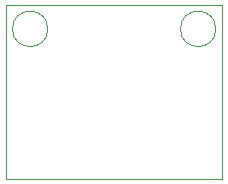
<source format=gbr>
G04 #@! TF.GenerationSoftware,KiCad,Pcbnew,(5.1.4)-1*
G04 #@! TF.CreationDate,2019-11-11T16:34:49-05:00*
G04 #@! TF.ProjectId,photodiode,70686f74-6f64-4696-9f64-652e6b696361,rev?*
G04 #@! TF.SameCoordinates,Original*
G04 #@! TF.FileFunction,Profile,NP*
%FSLAX46Y46*%
G04 Gerber Fmt 4.6, Leading zero omitted, Abs format (unit mm)*
G04 Created by KiCad (PCBNEW (5.1.4)-1) date 2019-11-11 16:34:49*
%MOMM*%
%LPD*%
G04 APERTURE LIST*
%ADD10C,0.120000*%
G04 APERTURE END LIST*
D10*
X98552000Y-65024000D02*
X116840000Y-65024000D01*
X98552000Y-79756000D02*
X98552000Y-65024000D01*
X116840000Y-79756000D02*
X98552000Y-79756000D01*
X116840000Y-65024000D02*
X116840000Y-79756000D01*
X116308000Y-67056000D02*
G75*
G03X116308000Y-67056000I-1500000J0D01*
G01*
X102084000Y-67056000D02*
G75*
G03X102084000Y-67056000I-1500000J0D01*
G01*
M02*

</source>
